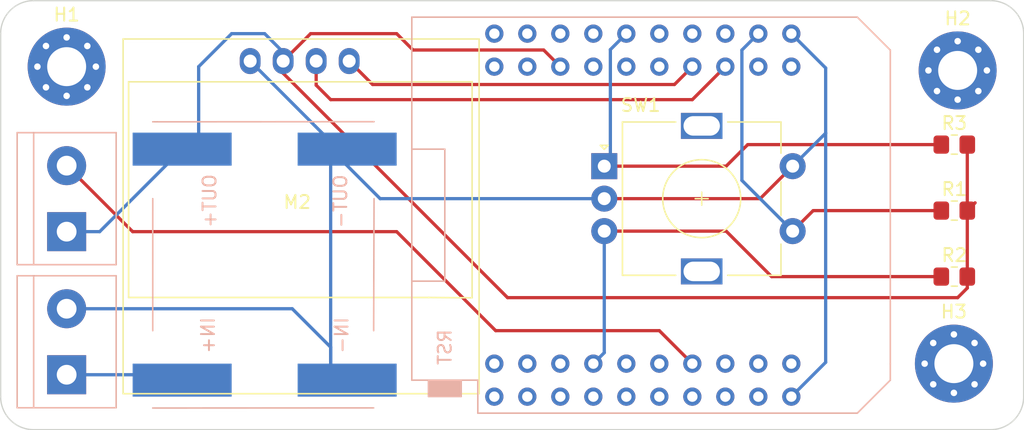
<source format=kicad_pcb>
(kicad_pcb (version 20221018) (generator pcbnew)
  (layers (0 "F.Cu" signal) (31 "B.Cu" signal) (34 "B.Paste" user) (35 "F.Paste" user) (36 "B.SilkS" user "B.Silkscreen") (37 "F.SilkS" user "F.Silkscreen") (38 "B.Mask" user) (39 "F.Mask" user) (44 "Edge.Cuts" user))
  (net 0 "")
  (net 1 "GND")
  (net 8 "IO18")
  (net 14 "IO5")
  (net 23 "Net-(U1-IO_27)")
  (net 24 "Net-(M2-SCL)")
  (net 26 "Net-(M2-SDA)")
  (net 31 "IO4")
  (net 34 "5V")
  (net 39 "24V")
  (footprint "Library:SSD1306-128x64OLED" (layer "F.Cu") (at 73.625638 93.991633)
    (fp_text reference "M2" (at 0 0.254) (layer "F.SilkS"))
    (fp_text value "~" hide)
    (fp_line (start -13.4 -12.3) (end 14 -12.3) (stroke (width 0.12)) (layer "F.SilkS"))
    (fp_line (start -13.4 15) (end -13.4 -12.3) (stroke (width 0.12)) (layer "F.SilkS"))
    (fp_line (start -12.978 -9.005) (end 10.122 -9.005) (stroke (width 0.12)) (layer "F.SilkS"))
    (fp_line (start -12.978 7.595) (end -12.978 -9.005) (stroke (width 0.12)) (layer "F.SilkS"))
    (fp_line (start 10.122 -9.005) (end 13.208 -9.005) (stroke (width 0.12)) (layer "F.SilkS"))
    (fp_line (start 10.122 7.595) (end -12.978 7.595) (stroke (width 0.12)) (layer "F.SilkS"))
    (fp_line (start 10.122 7.595) (end 13.462 7.62) (stroke (width 0.12)) (layer "F.SilkS"))
    (fp_line (start 13.462 -9.017) (end 13.208 -9.005) (stroke (width 0.12)) (layer "F.SilkS"))
    (fp_line (start 13.462 7.62) (end 13.462 -9.017) (stroke (width 0.12)) (layer "F.SilkS"))
    (fp_line (start 14 -12.3) (end 14 15) (stroke (width 0.12)) (layer "F.SilkS"))
    (fp_line (start 14 15) (end -13.4 15) (stroke (width 0.12)) (layer "F.SilkS"))
    (pad "1" thru_hole oval (at -3.62 -10.6 90) (size 2 1.6) (drill 1) (layers "*.Cu" "*.Mask") (net 1 "GND"))
    (pad "2" thru_hole oval (at -1.08 -10.6 90) (size 2 1.6) (drill 1) (layers "*.Cu" "*.Mask") (net 34 "5V"))
    (pad "3" thru_hole oval (at 1.46 -10.6 90) (size 2 1.6) (drill 1) (layers "*.Cu" "*.Mask") (net 24 "Net-(M2-SCL)"))
    (pad "4" thru_hole oval (at 4 -10.6 90) (size 2 1.6) (drill 1) (layers "*.Cu" "*.Mask") (net 26 "Net-(M2-SDA)"))
  )
  (footprint "MountingHole:MountingHole_3mm_Pad_Via" (layer "F.Cu") (at 124.46 84.11)
    (fp_text reference "H2" (at 0 -4) (layer "F.SilkS"))
    (fp_text value "MountingHole_3mm_Pad_Via" hide)
    (pad "1" thru_hole circle (at -2.25 0) (size 0.8 0.8) (drill 0.5) (layers "*.Cu" "*.Mask"))
    (pad "1" thru_hole circle (at -1.59099 -1.59099) (size 0.8 0.8) (drill 0.5) (layers "*.Cu" "*.Mask"))
    (pad "1" thru_hole circle (at -1.59099 1.59099) (size 0.8 0.8) (drill 0.5) (layers "*.Cu" "*.Mask"))
    (pad "1" thru_hole circle (at 0 -2.25) (size 0.8 0.8) (drill 0.5) (layers "*.Cu" "*.Mask"))
    (pad "1" thru_hole circle (at 0 0) (size 6 6) (drill 3) (layers "*.Cu" "*.Mask"))
    (pad "1" thru_hole circle (at 0 2.25) (size 0.8 0.8) (drill 0.5) (layers "*.Cu" "*.Mask"))
    (pad "1" thru_hole circle (at 1.59099 -1.59099) (size 0.8 0.8) (drill 0.5) (layers "*.Cu" "*.Mask"))
    (pad "1" thru_hole circle (at 1.59099 1.59099) (size 0.8 0.8) (drill 0.5) (layers "*.Cu" "*.Mask"))
    (pad "1" thru_hole circle (at 2.25 0) (size 0.8 0.8) (drill 0.5) (layers "*.Cu" "*.Mask"))
  )
  (footprint "Rotary_Encoder:RotaryEncoder_Alps_EC11E-Switch_Vertical_H20mm" (layer "F.Cu") (at 97.26 91.48)
    (fp_text reference "SW1" (at 2.8 -4.7) (layer "F.SilkS"))
    (fp_text value "RotaryEncoder_Switch")
    (fp_line (start -0.3 -1.6) (end 0.3 -1.6) (stroke (width 0.12)) (layer "F.SilkS"))
    (fp_line (start 0 -1.3) (end -0.3 -1.6) (stroke (width 0.12)) (layer "F.SilkS"))
    (fp_line (start 0.3 -1.6) (end 0 -1.3) (stroke (width 0.12)) (layer "F.SilkS"))
    (fp_line (start 1.4 -3.4) (end 1.4 8.4) (stroke (width 0.12)) (layer "F.SilkS"))
    (fp_line (start 5.5 -3.4) (end 1.4 -3.4) (stroke (width 0.12)) (layer "F.SilkS"))
    (fp_line (start 5.5 8.4) (end 1.4 8.4) (stroke (width 0.12)) (layer "F.SilkS"))
    (fp_line (start 7 2.5) (end 8 2.5) (stroke (width 0.12)) (layer "F.SilkS"))
    (fp_line (start 7.5 2) (end 7.5 3) (stroke (width 0.12)) (layer "F.SilkS"))
    (fp_line (start 9.5 -3.4) (end 13.6 -3.4) (stroke (width 0.12)) (layer "F.SilkS"))
    (fp_line (start 13.6 -3.4) (end 13.6 -1) (stroke (width 0.12)) (layer "F.SilkS"))
    (fp_line (start 13.6 1.2) (end 13.6 3.8) (stroke (width 0.12)) (layer "F.SilkS"))
    (fp_line (start 13.6 6) (end 13.6 8.4) (stroke (width 0.12)) (layer "F.SilkS"))
    (fp_line (start 13.6 8.4) (end 9.5 8.4) (stroke (width 0.12)) (layer "F.SilkS"))
    (fp_circle (center 7.5 2.5) (end 10.5 2.5) (stroke (width 0.12)) (fill none) (layer "F.SilkS"))
    (pad "A" thru_hole rect (at 0 0) (size 2 2) (drill 1) (layers "*.Cu" "*.Mask") (net 31 "IO4"))
    (pad "B" thru_hole circle (at 0 5) (size 2 2) (drill 1) (layers "*.Cu" "*.Mask") (net 14 "IO5"))
    (pad "C" thru_hole circle (at 0 2.5) (size 2 2) (drill 1) (layers "*.Cu" "*.Mask") (net 1 "GND"))
    (pad "MP" thru_hole rect (at 7.5 -3.1) (size 3.2 2) (drill oval 2.8 1.5) (layers "*.Cu" "*.Mask"))
    (pad "MP" thru_hole rect (at 7.5 8.1) (size 3.2 2) (drill oval 2.8 1.5) (layers "*.Cu" "*.Mask"))
    (pad "S1" thru_hole circle (at 14.5 5) (size 2 2) (drill 1) (layers "*.Cu" "*.Mask") (net 23 "Net-(U1-IO_27)"))
    (pad "S2" thru_hole circle (at 14.5 0) (size 2 2) (drill 1) (layers "*.Cu" "*.Mask") (net 1 "GND"))
  )
  (footprint "MountingHole:MountingHole_3mm_Pad_Via" (layer "F.Cu") (at 55.88 83.82)
    (fp_text reference "H1" (at 0 -4) (layer "F.SilkS"))
    (fp_text value "MountingHole_3mm_Pad_Via" hide)
    (pad "1" thru_hole circle (at -2.25 0) (size 0.8 0.8) (drill 0.5) (layers "*.Cu" "*.Mask"))
    (pad "1" thru_hole circle (at -1.59099 -1.59099) (size 0.8 0.8) (drill 0.5) (layers "*.Cu" "*.Mask"))
    (pad "1" thru_hole circle (at -1.59099 1.59099) (size 0.8 0.8) (drill 0.5) (layers "*.Cu" "*.Mask"))
    (pad "1" thru_hole circle (at 0 -2.25) (size 0.8 0.8) (drill 0.5) (layers "*.Cu" "*.Mask"))
    (pad "1" thru_hole circle (at 0 0) (size 6 6) (drill 3) (layers "*.Cu" "*.Mask"))
    (pad "1" thru_hole circle (at 0 2.25) (size 0.8 0.8) (drill 0.5) (layers "*.Cu" "*.Mask"))
    (pad "1" thru_hole circle (at 1.59099 -1.59099) (size 0.8 0.8) (drill 0.5) (layers "*.Cu" "*.Mask"))
    (pad "1" thru_hole circle (at 1.59099 1.59099) (size 0.8 0.8) (drill 0.5) (layers "*.Cu" "*.Mask"))
    (pad "1" thru_hole circle (at 2.25 0) (size 0.8 0.8) (drill 0.5) (layers "*.Cu" "*.Mask"))
  )
  (footprint "MountingHole:MountingHole_3mm_Pad_Via" (layer "F.Cu") (at 124.17 106.68)
    (fp_text reference "H3" (at 0 -4) (layer "F.SilkS"))
    (fp_text value "MountingHole_3mm_Pad_Via" hide)
    (pad "1" thru_hole circle (at -2.25 0) (size 0.8 0.8) (drill 0.5) (layers "*.Cu" "*.Mask"))
    (pad "1" thru_hole circle (at -1.59099 -1.59099) (size 0.8 0.8) (drill 0.5) (layers "*.Cu" "*.Mask"))
    (pad "1" thru_hole circle (at -1.59099 1.59099) (size 0.8 0.8) (drill 0.5) (layers "*.Cu" "*.Mask"))
    (pad "1" thru_hole circle (at 0 -2.25) (size 0.8 0.8) (drill 0.5) (layers "*.Cu" "*.Mask"))
    (pad "1" thru_hole circle (at 0 0) (size 6 6) (drill 3) (layers "*.Cu" "*.Mask"))
    (pad "1" thru_hole circle (at 0 2.25) (size 0.8 0.8) (drill 0.5) (layers "*.Cu" "*.Mask"))
    (pad "1" thru_hole circle (at 1.59099 -1.59099) (size 0.8 0.8) (drill 0.5) (layers "*.Cu" "*.Mask"))
    (pad "1" thru_hole circle (at 1.59099 1.59099) (size 0.8 0.8) (drill 0.5) (layers "*.Cu" "*.Mask"))
    (pad "1" thru_hole circle (at 2.25 0) (size 0.8 0.8) (drill 0.5) (layers "*.Cu" "*.Mask"))
  )
  (footprint "Resistor_SMD:R_0805_2012Metric_Pad1.20x1.40mm_HandSolder" (layer "F.Cu") (at 124.201783 89.820224)
    (fp_text reference "R3" (at 0 -1.65) (layer "F.SilkS"))
    (fp_text value "R")
    (fp_line (start -0.227064 -0.735) (end 0.227064 -0.735) (stroke (width 0.12)) (layer "F.SilkS"))
    (fp_line (start -0.227064 0.735) (end 0.227064 0.735) (stroke (width 0.12)) (layer "F.SilkS"))
    (pad "1" smd roundrect (at -1 0) (size 1.2 1.4) (layers "F.Cu" "F.Paste" "F.Mask") (roundrect_rratio 0.208333) (net 31 "IO4"))
    (pad "2" smd roundrect (at 1 0) (size 1.2 1.4) (layers "F.Cu" "F.Paste" "F.Mask") (roundrect_rratio 0.208333) (net 34 "5V"))
  )
  (footprint "Resistor_SMD:R_0805_2012Metric_Pad1.20x1.40mm_HandSolder" (layer "F.Cu") (at 124.201783 99.980224)
    (fp_text reference "R2" (at 0 -1.65) (layer "F.SilkS"))
    (fp_text value "R")
    (fp_line (start -0.227064 -0.735) (end 0.227064 -0.735) (stroke (width 0.12)) (layer "F.SilkS"))
    (fp_line (start -0.227064 0.735) (end 0.227064 0.735) (stroke (width 0.12)) (layer "F.SilkS"))
    (pad "1" smd roundrect (at -1 0) (size 1.2 1.4) (layers "F.Cu" "F.Paste" "F.Mask") (roundrect_rratio 0.208333) (net 14 "IO5"))
    (pad "2" smd roundrect (at 1 0) (size 1.2 1.4) (layers "F.Cu" "F.Paste" "F.Mask") (roundrect_rratio 0.208333) (net 34 "5V"))
  )
  (footprint "Resistor_SMD:R_0805_2012Metric_Pad1.20x1.40mm_HandSolder" (layer "F.Cu") (at 124.201783 94.900224)
    (fp_text reference "R1" (at 0 -1.65) (layer "F.SilkS"))
    (fp_text value "R")
    (fp_line (start -0.227064 -0.735) (end 0.227064 -0.735) (stroke (width 0.12)) (layer "F.SilkS"))
    (fp_line (start -0.227064 0.735) (end 0.227064 0.735) (stroke (width 0.12)) (layer "F.SilkS"))
    (pad "1" smd roundrect (at -1 0) (size 1.2 1.4) (layers "F.Cu" "F.Paste" "F.Mask") (roundrect_rratio 0.208333) (net 23 "Net-(U1-IO_27)"))
    (pad "2" smd roundrect (at 1 0) (size 1.2 1.4) (layers "F.Cu" "F.Paste" "F.Mask") (roundrect_rratio 0.208333) (net 34 "5V"))
  )
  (footprint "TerminalBlock:TerminalBlock_bornier-2_P5.08mm" (layer "B.Cu") (at 55.88 107.532734 90)
    (fp_text reference "J6" hide)
    (fp_text value "Screw_Terminal_01x02" hide)
    (fp_line (start -2.54 -3.81) (end 7.62 -3.81) (stroke (width 0.12)) (layer "B.SilkS"))
    (fp_line (start -2.54 3.81) (end -2.54 -3.81) (stroke (width 0.12)) (layer "B.SilkS"))
    (fp_line (start 7.62 -3.81) (end 7.62 3.81) (stroke (width 0.12)) (layer "B.SilkS"))
    (fp_line (start 7.62 -2.54) (end -2.54 -2.54) (stroke (width 0.12)) (layer "B.SilkS"))
    (fp_line (start 7.62 3.81) (end -2.54 3.81) (stroke (width 0.12)) (layer "B.SilkS"))
    (pad "1" thru_hole rect (at 0 0 90) (size 3 3) (drill 1.52) (layers "*.Cu" "*.Mask") (net 39 "24V"))
    (pad "2" thru_hole circle (at 5.08 0 90) (size 3 3) (drill 1.52) (layers "*.Cu" "*.Mask") (net 1 "GND"))
  )
  (footprint "Library:MP1584_Module_Nopad" (layer "B.Cu") (at 71.12 99.06 -90)
    (fp_text reference "M1" hide)
    (fp_text value "MP1584-Module" hide)
    (fp_text user "OUT+" (at -4.908348 4.235447 -270 unlocked) (layer "B.SilkS") (effects (justify mirror)))
    (fp_text user "OUT-" (at -4.876994 -5.829107 -270 unlocked) (layer "B.SilkS") (effects (justify mirror)))
    (fp_text user "IN+" (at 5.43839 4.360862 -270 unlocked) (layer "B.SilkS") (effects (justify mirror)))
    (fp_text user "IN-" (at 5.43839 -5.923168 -270 unlocked) (layer "B.SilkS") (effects (justify mirror)))
    (fp_line (start -11.00494 -8.420414) (end -10.995261 8.614284) (stroke (width 0.12)) (layer "B.SilkS"))
    (fp_line (start -5.08 8.614284) (end 5.08 8.615795) (stroke (width 0.12)) (layer "B.SilkS"))
    (fp_line (start 5.08 -8.388015) (end -5.08 -8.420414) (stroke (width 0.12)) (layer "B.SilkS"))
    (fp_line (start 11.0352 8.615795) (end 11.025639 -8.388015) (stroke (width 0.12)) (layer "B.SilkS"))
    (pad "1" smd rect (at 8.89 6.35 90) (size 2.54 7.62) (layers "B.Cu" "B.Paste" "B.Mask") (net 39 "24V"))
    (pad "2" smd rect (at 8.89 -6.35 270) (size 2.54 7.62) (layers "B.Cu" "B.Paste" "B.Mask") (net 1 "GND"))
    (pad "3" smd rect (at -8.89 6.35 90) (size 2.54 7.62) (layers "B.Cu" "B.Paste" "B.Mask") (net 34 "5V"))
    (pad "4" smd rect (at -8.89 -6.35 270) (size 2.54 7.62) (layers "B.Cu" "B.Paste" "B.Mask") (net 1 "GND"))
  )
  (footprint "TerminalBlock:TerminalBlock_bornier-2_P5.08mm" (layer "B.Cu") (at 55.88 96.52 90)
    (fp_text reference "J1" hide)
    (fp_text value "Screw_Terminal_01x02" hide)
    (fp_line (start -2.54 -3.81) (end 7.62 -3.81) (stroke (width 0.12)) (layer "B.SilkS"))
    (fp_line (start -2.54 3.81) (end -2.54 -3.81) (stroke (width 0.12)) (layer "B.SilkS"))
    (fp_line (start 7.62 -3.81) (end 7.62 3.81) (stroke (width 0.12)) (layer "B.SilkS"))
    (fp_line (start 7.62 -2.54) (end -2.54 -2.54) (stroke (width 0.12)) (layer "B.SilkS"))
    (fp_line (start 7.62 3.81) (end -2.54 3.81) (stroke (width 0.12)) (layer "B.SilkS"))
    (pad "1" thru_hole rect (at 0 0 90) (size 3 3) (drill 1.52) (layers "*.Cu" "*.Mask") (net 34 "5V"))
    (pad "2" thru_hole circle (at 5.08 0 90) (size 3 3) (drill 1.52) (layers "*.Cu" "*.Mask") (net 8 "IO18"))
  )
  (footprint "Library:esp32-wemos-d1-mini" (layer "B.Cu") (at 100.227598 95.25 90)
    (fp_text reference "U1" hide)
    (fp_text value "mini_esp32" hide)
    (fp_text user "RST" (at -10.16 -15.24 270) (layer "B.SilkS") (effects (justify mirror)))
    (fp_line (start -15.24 -12.7) (end -12.7 -12.7) (stroke (width 0.12)) (layer "B.SilkS"))
    (fp_line (start -15.24 16.51) (end -15.24 -12.7) (stroke (width 0.12)) (layer "B.SilkS"))
    (fp_line (start -12.7 -17.78) (end 15.24 -17.78) (stroke (width 0.12)) (layer "B.SilkS"))
    (fp_line (start -12.7 -12.7) (end -12.7 -17.78) (stroke (width 0.12)) (layer "B.SilkS"))
    (fp_line (start -12.7 19.05) (end -15.24 16.51) (stroke (width 0.12)) (layer "B.SilkS"))
    (fp_line (start -12.7 19.05) (end -11.43 19.05) (stroke (width 0.12)) (layer "B.SilkS"))
    (fp_line (start -5.08 -17.78) (end -5.08 -15.24) (stroke (width 0.12)) (layer "B.SilkS"))
    (fp_line (start -5.08 -15.24) (end 5.08 -15.24) (stroke (width 0.12)) (layer "B.SilkS"))
    (fp_line (start 5.08 -15.24) (end 5.08 -17.78) (stroke (width 0.12)) (layer "B.SilkS"))
    (fp_line (start 12.7 19.05) (end -11.43 19.05) (stroke (width 0.12)) (layer "B.SilkS"))
    (fp_line (start 12.7 19.05) (end 15.24 16.51) (stroke (width 0.12)) (layer "B.SilkS"))
    (fp_line (start 15.24 16.51) (end 15.24 -17.78) (stroke (width 0.12)) (layer "B.SilkS"))
    (fp_poly (pts (xy -13.97 -16.51) (xy -13.97 -13.97) (xy -12.7 -13.97) (xy -12.7 -16.51)) (stroke (width 0.1)) (fill solid) (layer "B.SilkS"))
    (pad "1" thru_hole circle (at -13.97 11.43 180) (size 1.4 1.4) (drill 0.8) (layers "*.Cu" "*.Mask") (net 1 "GND"))
    (pad "2" thru_hole circle (at -11.43 11.43 180) (size 1.4 1.4) (drill 0.8) (layers "*.Cu" "*.Mask"))
    (pad "3" thru_hole circle (at -13.97 8.89 180) (size 1.4 1.4) (drill 0.8) (layers "*.Cu" "*.Mask"))
    (pad "4" thru_hole circle (at -11.43 8.89 180) (size 1.4 1.4) (drill 0.8) (layers "*.Cu" "*.Mask"))
    (pad "5" thru_hole circle (at -13.97 6.35 180) (size 1.4 1.4) (drill 0.8) (layers "*.Cu" "*.Mask"))
    (pad "6" thru_hole circle (at -11.43 6.35 180) (size 1.4 1.4) (drill 0.8) (layers "*.Cu" "*.Mask"))
    (pad "7" thru_hole circle (at -13.97 3.81 180) (size 1.4 1.4) (drill 0.8) (layers "*.Cu" "*.Mask"))
    (pad "8" thru_hole circle (at -11.43 3.81 180) (size 1.4 1.4) (drill 0.8) (layers "*.Cu" "*.Mask") (net 8 "IO18"))
    (pad "9" thru_hole circle (at -13.97 1.27 180) (size 1.4 1.4) (drill 0.8) (layers "*.Cu" "*.Mask"))
    (pad "10" thru_hole circle (at -11.43 1.27 180) (size 1.4 1.4) (drill 0.8) (layers "*.Cu" "*.Mask"))
    (pad "11" thru_hole circle (at -13.97 -1.27 180) (size 1.4 1.4) (drill 0.8) (layers "*.Cu" "*.Mask"))
    (pad "12" thru_hole circle (at -11.43 -1.27 180) (size 1.4 1.4) (drill 0.8) (layers "*.Cu" "*.Mask"))
    (pad "13" thru_hole circle (at -13.97 -3.81 180) (size 1.4 1.4) (drill 0.8) (layers "*.Cu" "*.Mask"))
    (pad "14" thru_hole circle (at -11.43 -3.81 180) (size 1.4 1.4) (drill 0.8) (layers "*.Cu" "*.Mask") (net 14 "IO5"))
    (pad "15" thru_hole circle (at -13.97 -6.35 180) (size 1.4 1.4) (drill 0.8) (layers "*.Cu" "*.Mask"))
    (pad "16" thru_hole circle (at -11.43 -6.35 180) (size 1.4 1.4) (drill 0.8) (layers "*.Cu" "*.Mask"))
    (pad "17" thru_hole circle (at -13.97 -8.89 180) (size 1.4 1.4) (drill 0.8) (layers "*.Cu" "*.Mask"))
    (pad "18" thru_hole circle (at -11.43 -8.89 180) (size 1.4 1.4) (drill 0.8) (layers "*.Cu" "*.Mask"))
    (pad "19" thru_hole circle (at -13.97 -11.43 180) (size 1.4 1.4) (drill 0.8) (layers "*.Cu" "*.Mask"))
    (pad "20" thru_hole circle (at -11.43 -11.43 180) (size 1.4 1.4) (drill 0.8) (layers "*.Cu" "*.Mask"))
    (pad "21" thru_hole circle (at 11.43 11.43 180) (size 1.4 1.4) (drill 0.8) (layers "*.Cu" "*.Mask"))
    (pad "22" thru_hole circle (at 13.97 11.43 180) (size 1.4 1.4) (drill 0.8) (layers "*.Cu" "*.Mask") (net 1 "GND"))
    (pad "23" thru_hole circle (at 11.43 8.89 180) (size 1.4 1.4) (drill 0.8) (layers "*.Cu" "*.Mask"))
    (pad "24" thru_hole circle (at 13.97 8.89 180) (size 1.4 1.4) (drill 0.8) (layers "*.Cu" "*.Mask") (net 23 "Net-(U1-IO_27)"))
    (pad "25" thru_hole circle (at 11.43 6.35 180) (size 1.4 1.4) (drill 0.8) (layers "*.Cu" "*.Mask") (net 24 "Net-(M2-SCL)"))
    (pad "26" thru_hole circle (at 13.97 6.35 180) (size 1.4 1.4) (drill 0.8) (layers "*.Cu" "*.Mask"))
    (pad "27" thru_hole circle (at 11.43 3.81 180) (size 1.4 1.4) (drill 0.8) (layers "*.Cu" "*.Mask") (net 26 "Net-(M2-SDA)"))
    (pad "28" thru_hole circle (at 13.97 3.81 180) (size 1.4 1.4) (drill 0.8) (layers "*.Cu" "*.Mask"))
    (pad "29" thru_hole circle (at 11.43 1.27 180) (size 1.4 1.4) (drill 0.8) (layers "*.Cu" "*.Mask"))
    (pad "30" thru_hole circle (at 13.97 1.27 180) (size 1.4 1.4) (drill 0.8) (layers "*.Cu" "*.Mask"))
    (pad "31" thru_hole circle (at 11.43 -1.27 180) (size 1.4 1.4) (drill 0.8) (layers "*.Cu" "*.Mask"))
    (pad "32" thru_hole circle (at 13.97 -1.27 180) (size 1.4 1.4) (drill 0.8) (layers "*.Cu" "*.Mask") (net 31 "IO4"))
    (pad "33" thru_hole circle (at 11.43 -3.81 180) (size 1.4 1.4) (drill 0.8) (layers "*.Cu" "*.Mask"))
    (pad "34" thru_hole circle (at 13.97 -3.81 180) (size 1.4 1.4) (drill 0.8) (layers "*.Cu" "*.Mask"))
    (pad "35" thru_hole circle (at 11.43 -6.35 180) (size 1.4 1.4) (drill 0.8) (layers "*.Cu" "*.Mask") (net 34 "5V"))
    (pad "36" thru_hole circle (at 13.97 -6.35 180) (size 1.4 1.4) (drill 0.8) (layers "*.Cu" "*.Mask"))
    (pad "37" thru_hole circle (at 11.43 -8.89 180) (size 1.4 1.4) (drill 0.8) (layers "*.Cu" "*.Mask"))
    (pad "38" thru_hole circle (at 13.97 -8.89 180) (size 1.4 1.4) (drill 0.8) (layers "*.Cu" "*.Mask"))
    (pad "39" thru_hole circle (at 11.43 -11.43 180) (size 1.4 1.4) (drill 0.8) (layers "*.Cu" "*.Mask"))
    (pad "40" thru_hole circle (at 13.97 -11.43 180) (size 1.4 1.4) (drill 0.8) (layers "*.Cu" "*.Mask"))
  )
  (gr_arc (start 53.34 111.76) (mid 51.543949 111.016051) (end 50.8 109.22) (stroke (width 0.1)) (layer "Edge.Cuts"))
  (gr_arc (start 127 78.74) (mid 128.796051 79.483949) (end 129.54 81.28) (stroke (width 0.1)) (layer "Edge.Cuts"))
  (gr_arc (start 50.8 81.28) (mid 51.543949 79.483949) (end 53.34 78.74) (stroke (width 0.1)) (layer "Edge.Cuts"))
  (gr_line (start 50.8 81.28) (end 50.8 109.22) (stroke (width 0.1)) (layer "Edge.Cuts"))
  (gr_line (start 53.34 111.76) (end 127.000001 111.760001) (stroke (width 0.1)) (layer "Edge.Cuts"))
  (gr_line (start 127 78.74) (end 53.34 78.74) (stroke (width 0.1)) (layer "Edge.Cuts"))
  (gr_line (start 129.54 81.28) (end 129.540001 109.220001) (stroke (width 0.1)) (layer "Edge.Cuts"))
  (gr_arc (start 129.540001 109.220001) (mid 128.796052 111.016052) (end 127.000001 111.760001) (stroke (width 0.1)) (layer "Edge.Cuts"))
  (segment (start 97.26 93.98) (end 109.26 93.98) (width 0.25) (layer "F.Cu") (net 1))
  (segment (start 109.26 93.98) (end 111.76 91.48) (width 0.25) (layer "F.Cu") (net 1))
  (segment (start 76.199999 105.41) (end 76.199999 107.95) (width 0.25) (layer "B.Cu") (net 1))
  (segment (start 114.3 106.577598) (end 114.3 88.94) (width 0.25) (layer "B.Cu") (net 1))
  (segment (start 76.2 89.585995) (end 76.2 90.17) (width 0.25) (layer "B.Cu") (net 1))
  (segment (start 80.01 93.98) (end 97.26 93.98) (width 0.25) (layer "B.Cu") (net 1))
  (segment (start 111.657598 109.22) (end 114.3 106.577598) (width 0.25) (layer "B.Cu") (net 1))
  (segment (start 76.2 90.17) (end 80.01 93.98) (width 0.25) (layer "B.Cu") (net 1))
  (segment (start 114.3 83.922402) (end 111.657598 81.28) (width 0.25) (layer "B.Cu") (net 1))
  (segment (start 76.2 90.17) (end 76.199999 107.95) (width 0.25) (layer "B.Cu") (net 1))
  (segment (start 55.88 102.452734) (end 73.242733 102.452734) (width 0.25) (layer "B.Cu") (net 1))
  (segment (start 70.005638 83.391633) (end 76.2 89.585995) (width 0.25) (layer "B.Cu") (net 1))
  (segment (start 73.242733 102.452734) (end 76.199999 105.41) (width 0.25) (layer "B.Cu") (net 1))
  (segment (start 69.577271 83.82) (end 70.005638 83.391633) (width 0.25) (layer "B.Cu") (net 1))
  (segment (start 111.76 91.48) (end 114.3 88.94) (width 0.25) (layer "B.Cu") (net 1))
  (segment (start 114.3 88.94) (end 114.3 83.922402) (width 0.25) (layer "B.Cu") (net 1))
  (segment (start 81.28 96.52) (end 88.9 104.14) (width 0.25) (layer "F.Cu") (net 8))
  (segment (start 81.28 96.52) (end 60.96 96.52) (width 0.25) (layer "F.Cu") (net 8))
  (segment (start 101.497598 104.14) (end 104.037598 106.68) (width 0.25) (layer "F.Cu") (net 8))
  (segment (start 60.96 96.52) (end 55.88 91.44) (width 0.25) (layer "F.Cu") (net 8))
  (segment (start 88.9 104.14) (end 101.497598 104.14) (width 0.25) (layer "F.Cu") (net 8))
  (segment (start 110.140224 99.980224) (end 106.64 96.48) (width 0.25) (layer "F.Cu") (net 14))
  (segment (start 123.201783 99.980224) (end 110.140224 99.980224) (width 0.25) (layer "F.Cu") (net 14))
  (segment (start 106.64 96.48) (end 97.26 96.48) (width 0.25) (layer "F.Cu") (net 14))
  (segment (start 97.26 105.837598) (end 96.417598 106.68) (width 0.25) (layer "B.Cu") (net 14))
  (segment (start 97.26 96.48) (end 97.26 105.837598) (width 0.25) (layer "B.Cu") (net 14))
  (segment (start 123.201783 94.900224) (end 113.339776 94.900224) (width 0.25) (layer "F.Cu") (net 23))
  (segment (start 113.339776 94.900224) (end 111.76 96.48) (width 0.25) (layer "F.Cu") (net 23))
  (segment (start 111.76 96.48) (end 107.853076 92.573076) (width 0.25) (layer "B.Cu") (net 23))
  (segment (start 107.853076 82.544522) (end 109.117598 81.28) (width 0.25) (layer "B.Cu") (net 23))
  (segment (start 107.853076 92.573076) (end 107.853076 82.544522) (width 0.25) (layer "B.Cu") (net 23))
  (segment (start 75.085638 85.245638) (end 76.2 86.36) (width 0.25) (layer "F.Cu") (net 24))
  (segment (start 104.037598 86.36) (end 106.577598 83.82) (width 0.25) (layer "F.Cu") (net 24))
  (segment (start 75.085638 83.391633) (end 75.085638 85.245638) (width 0.25) (layer "F.Cu") (net 24))
  (segment (start 76.2 86.36) (end 104.037598 86.36) (width 0.25) (layer "F.Cu") (net 24))
  (segment (start 102.662789 85.194809) (end 104.037598 83.82) (width 0.25) (layer "F.Cu") (net 26))
  (segment (start 79.428814 85.194809) (end 102.662789 85.194809) (width 0.25) (layer "F.Cu") (net 26))
  (segment (start 77.625638 83.391633) (end 79.428814 85.194809) (width 0.25) (layer "F.Cu") (net 26))
  (segment (start 106.64 91.48) (end 97.26 91.48) (width 0.25) (layer "F.Cu") (net 31))
  (segment (start 123.201783 89.820224) (end 108.299776 89.820224) (width 0.25) (layer "F.Cu") (net 31))
  (segment (start 108.299776 89.820224) (end 106.64 91.48) (width 0.25) (layer "F.Cu") (net 31))
  (segment (start 97.72948 82.508118) (end 98.957598 81.28) (width 0.25) (layer "B.Cu") (net 31))
  (segment (start 97.72948 91.01052) (end 97.72948 82.508118) (width 0.25) (layer "B.Cu") (net 31))
  (segment (start 97.26 91.48) (end 97.72948 91.01052) (width 0.25) (layer "B.Cu") (net 31))
  (segment (start 125.201783 94.900224) (end 125.802207 94.2998) (width 0.25) (layer "F.Cu") (net 34))
  (segment (start 74.657271 81.28) (end 81.28 81.28) (width 0.25) (layer "F.Cu") (net 34))
  (segment (start 92.596525 82.538927) (end 93.877598 83.82) (width 0.25) (layer "F.Cu") (net 34))
  (segment (start 125.201783 94.900224) (end 125.201783 89.820224) (width 0.25) (layer "F.Cu") (net 34))
  (segment (start 72.545638 83.391633) (end 72.545638 84.329148) (width 0.25) (layer "F.Cu") (net 34))
  (segment (start 124.46 101.6) (end 125.201783 100.858217) (width 0.25) (layer "F.Cu") (net 34))
  (segment (start 125.201783 99.980224) (end 125.201783 94.900224) (width 0.25) (layer "F.Cu") (net 34))
  (segment (start 82.538927 82.538927) (end 92.596525 82.538927) (width 0.25) (layer "F.Cu") (net 34))
  (segment (start 81.28 81.28) (end 82.538927 82.538927) (width 0.25) (layer "F.Cu") (net 34))
  (segment (start 89.81649 101.6) (end 124.46 101.6) (width 0.25) (layer "F.Cu") (net 34))
  (segment (start 72.545638 83.391633) (end 74.657271 81.28) (width 0.25) (layer "F.Cu") (net 34))
  (segment (start 125.201783 100.858217) (end 125.201783 99.980224) (width 0.25) (layer "F.Cu") (net 34))
  (segment (start 72.545638 84.329148) (end 89.81649 101.6) (width 0.25) (layer "F.Cu") (net 34))
  (segment (start 66.04 83.82) (end 68.58 81.28) (width 0.25) (layer "B.Cu") (net 34))
  (segment (start 64.77 90.17) (end 58.42 96.52) (width 0.25) (layer "B.Cu") (net 34))
  (segment (start 68.58 81.28) (end 71.12 81.28) (width 0.25) (layer "B.Cu") (net 34))
  (segment (start 71.12 81.28) (end 72.545638 82.705638) (width 0.25) (layer "B.Cu") (net 34))
  (segment (start 58.42 96.52) (end 55.88 96.52) (width 0.25) (layer "B.Cu") (net 34))
  (segment (start 62.23 90.17) (end 66.04 90.17) (width 0.25) (layer "B.Cu") (net 34))
  (segment (start 66.04 90.17) (end 66.04 83.82) (width 0.25) (layer "B.Cu") (net 34))
  (segment (start 72.545638 82.705638) (end 72.545638 83.391633) (width 0.25) (layer "B.Cu") (net 34))
  (segment (start 55.88 107.532734) (end 65.622734 107.532734) (width 0.25) (layer "B.Cu") (net 39))
  (segment (start 65.622734 107.532734) (end 66.04 107.95) (width 0.25) (layer "B.Cu") (net 39))
)
</source>
